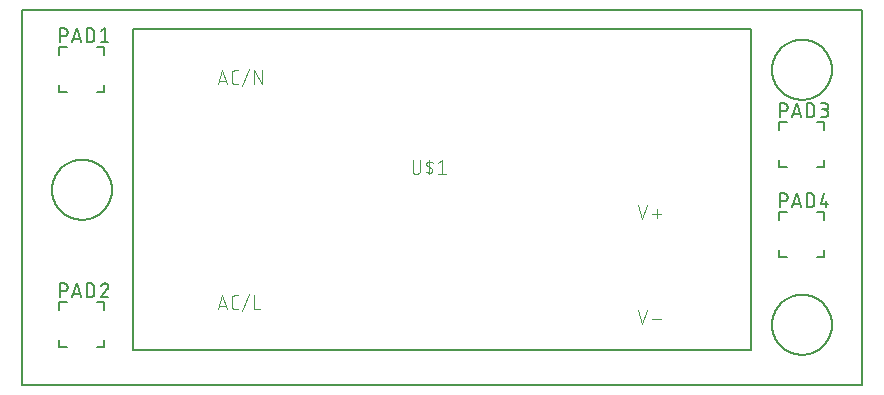
<source format=gto>
G75*
%MOIN*%
%OFA0B0*%
%FSLAX25Y25*%
%IPPOS*%
%LPD*%
%AMOC8*
5,1,8,0,0,1.08239X$1,22.5*
%
%ADD10C,0.00600*%
%ADD11C,0.00500*%
%ADD12C,0.00400*%
D10*
X0001300Y0001300D02*
X0281300Y0001300D01*
X0281300Y0126300D01*
X0001300Y0126300D01*
X0001300Y0001300D01*
X0013800Y0013800D02*
X0013800Y0016300D01*
X0013800Y0013800D02*
X0016300Y0013800D01*
X0026300Y0013800D02*
X0028800Y0013800D01*
X0028800Y0016300D01*
X0028800Y0026300D02*
X0028800Y0028800D01*
X0026300Y0028800D01*
X0016300Y0028800D02*
X0013800Y0028800D01*
X0013800Y0026300D01*
X0013800Y0098800D02*
X0013800Y0101300D01*
X0013800Y0098800D02*
X0016300Y0098800D01*
X0026300Y0098800D02*
X0028800Y0098800D01*
X0028800Y0101300D01*
X0028800Y0111300D02*
X0028800Y0113800D01*
X0026300Y0113800D01*
X0016300Y0113800D02*
X0013800Y0113800D01*
X0013800Y0111300D01*
X0253800Y0088800D02*
X0253800Y0086300D01*
X0253800Y0088800D02*
X0256300Y0088800D01*
X0266300Y0088800D02*
X0268800Y0088800D01*
X0268800Y0086300D01*
X0268800Y0076300D02*
X0268800Y0073800D01*
X0266300Y0073800D01*
X0256300Y0073800D02*
X0253800Y0073800D01*
X0253800Y0076300D01*
X0253800Y0058800D02*
X0256300Y0058800D01*
X0253800Y0058800D02*
X0253800Y0056300D01*
X0266300Y0058800D02*
X0268800Y0058800D01*
X0268800Y0056300D01*
X0268800Y0046300D02*
X0268800Y0043800D01*
X0266300Y0043800D01*
X0256300Y0043800D02*
X0253800Y0043800D01*
X0253800Y0046300D01*
D11*
X0254050Y0060550D02*
X0254050Y0065050D01*
X0255300Y0065050D01*
X0255369Y0065048D01*
X0255438Y0065042D01*
X0255506Y0065033D01*
X0255573Y0065020D01*
X0255640Y0065003D01*
X0255706Y0064982D01*
X0255770Y0064958D01*
X0255833Y0064930D01*
X0255895Y0064899D01*
X0255955Y0064865D01*
X0256012Y0064827D01*
X0256068Y0064786D01*
X0256121Y0064743D01*
X0256172Y0064696D01*
X0256220Y0064647D01*
X0256265Y0064595D01*
X0256307Y0064540D01*
X0256346Y0064484D01*
X0256383Y0064425D01*
X0256415Y0064364D01*
X0256445Y0064302D01*
X0256471Y0064238D01*
X0256493Y0064173D01*
X0256512Y0064107D01*
X0256527Y0064040D01*
X0256538Y0063972D01*
X0256546Y0063903D01*
X0256550Y0063834D01*
X0256550Y0063766D01*
X0256546Y0063697D01*
X0256538Y0063628D01*
X0256527Y0063560D01*
X0256512Y0063493D01*
X0256493Y0063427D01*
X0256471Y0063362D01*
X0256445Y0063298D01*
X0256415Y0063236D01*
X0256383Y0063175D01*
X0256346Y0063116D01*
X0256307Y0063060D01*
X0256265Y0063005D01*
X0256220Y0062953D01*
X0256172Y0062904D01*
X0256121Y0062857D01*
X0256068Y0062814D01*
X0256012Y0062773D01*
X0255955Y0062735D01*
X0255895Y0062701D01*
X0255833Y0062670D01*
X0255770Y0062642D01*
X0255706Y0062618D01*
X0255640Y0062597D01*
X0255573Y0062580D01*
X0255506Y0062567D01*
X0255438Y0062558D01*
X0255369Y0062552D01*
X0255300Y0062550D01*
X0254050Y0062550D01*
X0258450Y0061675D02*
X0260700Y0061675D01*
X0261075Y0060550D02*
X0259575Y0065050D01*
X0258075Y0060550D01*
X0262975Y0060550D02*
X0264225Y0060550D01*
X0262975Y0060550D02*
X0262975Y0065050D01*
X0264225Y0065050D01*
X0264293Y0065048D01*
X0264360Y0065043D01*
X0264427Y0065034D01*
X0264494Y0065021D01*
X0264559Y0065004D01*
X0264624Y0064985D01*
X0264688Y0064961D01*
X0264750Y0064934D01*
X0264811Y0064904D01*
X0264869Y0064871D01*
X0264926Y0064835D01*
X0264981Y0064795D01*
X0265034Y0064753D01*
X0265085Y0064707D01*
X0265132Y0064660D01*
X0265178Y0064609D01*
X0265220Y0064556D01*
X0265260Y0064501D01*
X0265296Y0064444D01*
X0265329Y0064386D01*
X0265359Y0064325D01*
X0265386Y0064263D01*
X0265410Y0064199D01*
X0265429Y0064134D01*
X0265446Y0064069D01*
X0265459Y0064002D01*
X0265468Y0063935D01*
X0265473Y0063868D01*
X0265475Y0063800D01*
X0265475Y0061800D01*
X0265473Y0061732D01*
X0265468Y0061665D01*
X0265459Y0061598D01*
X0265446Y0061531D01*
X0265429Y0061466D01*
X0265410Y0061401D01*
X0265386Y0061337D01*
X0265359Y0061275D01*
X0265329Y0061214D01*
X0265296Y0061156D01*
X0265260Y0061099D01*
X0265220Y0061044D01*
X0265178Y0060991D01*
X0265132Y0060940D01*
X0265085Y0060893D01*
X0265034Y0060847D01*
X0264981Y0060805D01*
X0264926Y0060765D01*
X0264869Y0060729D01*
X0264811Y0060696D01*
X0264750Y0060666D01*
X0264688Y0060639D01*
X0264624Y0060615D01*
X0264559Y0060596D01*
X0264494Y0060579D01*
X0264427Y0060566D01*
X0264360Y0060557D01*
X0264293Y0060552D01*
X0264225Y0060550D01*
X0267625Y0061550D02*
X0270125Y0061550D01*
X0269375Y0062550D02*
X0269375Y0060550D01*
X0267625Y0061550D02*
X0268625Y0065050D01*
X0268875Y0090550D02*
X0267625Y0090550D01*
X0268875Y0090550D02*
X0268944Y0090552D01*
X0269013Y0090558D01*
X0269081Y0090567D01*
X0269148Y0090580D01*
X0269215Y0090597D01*
X0269281Y0090618D01*
X0269345Y0090642D01*
X0269408Y0090670D01*
X0269470Y0090701D01*
X0269530Y0090735D01*
X0269587Y0090773D01*
X0269643Y0090814D01*
X0269696Y0090857D01*
X0269747Y0090904D01*
X0269795Y0090953D01*
X0269840Y0091005D01*
X0269882Y0091060D01*
X0269921Y0091116D01*
X0269958Y0091175D01*
X0269990Y0091236D01*
X0270020Y0091298D01*
X0270046Y0091362D01*
X0270068Y0091427D01*
X0270087Y0091493D01*
X0270102Y0091560D01*
X0270113Y0091628D01*
X0270121Y0091697D01*
X0270125Y0091766D01*
X0270125Y0091834D01*
X0270121Y0091903D01*
X0270113Y0091972D01*
X0270102Y0092040D01*
X0270087Y0092107D01*
X0270068Y0092173D01*
X0270046Y0092238D01*
X0270020Y0092302D01*
X0269990Y0092364D01*
X0269958Y0092425D01*
X0269921Y0092484D01*
X0269882Y0092540D01*
X0269840Y0092595D01*
X0269795Y0092647D01*
X0269747Y0092696D01*
X0269696Y0092743D01*
X0269643Y0092786D01*
X0269587Y0092827D01*
X0269530Y0092865D01*
X0269470Y0092899D01*
X0269408Y0092930D01*
X0269345Y0092958D01*
X0269281Y0092982D01*
X0269215Y0093003D01*
X0269148Y0093020D01*
X0269081Y0093033D01*
X0269013Y0093042D01*
X0268944Y0093048D01*
X0268875Y0093050D01*
X0269125Y0093050D02*
X0268125Y0093050D01*
X0269125Y0093050D02*
X0269187Y0093052D01*
X0269248Y0093058D01*
X0269309Y0093067D01*
X0269369Y0093080D01*
X0269428Y0093097D01*
X0269486Y0093118D01*
X0269543Y0093142D01*
X0269598Y0093169D01*
X0269651Y0093200D01*
X0269703Y0093234D01*
X0269752Y0093271D01*
X0269799Y0093311D01*
X0269843Y0093354D01*
X0269884Y0093399D01*
X0269923Y0093447D01*
X0269959Y0093498D01*
X0269991Y0093550D01*
X0270020Y0093604D01*
X0270046Y0093660D01*
X0270068Y0093718D01*
X0270087Y0093776D01*
X0270102Y0093836D01*
X0270113Y0093897D01*
X0270121Y0093958D01*
X0270125Y0094019D01*
X0270125Y0094081D01*
X0270121Y0094142D01*
X0270113Y0094203D01*
X0270102Y0094264D01*
X0270087Y0094324D01*
X0270068Y0094382D01*
X0270046Y0094440D01*
X0270020Y0094496D01*
X0269991Y0094550D01*
X0269959Y0094602D01*
X0269923Y0094653D01*
X0269884Y0094701D01*
X0269843Y0094746D01*
X0269799Y0094789D01*
X0269752Y0094829D01*
X0269703Y0094866D01*
X0269651Y0094900D01*
X0269598Y0094931D01*
X0269543Y0094958D01*
X0269486Y0094982D01*
X0269428Y0095003D01*
X0269369Y0095020D01*
X0269309Y0095033D01*
X0269248Y0095042D01*
X0269187Y0095048D01*
X0269125Y0095050D01*
X0267625Y0095050D01*
X0265475Y0093800D02*
X0265475Y0091800D01*
X0265473Y0091732D01*
X0265468Y0091665D01*
X0265459Y0091598D01*
X0265446Y0091531D01*
X0265429Y0091466D01*
X0265410Y0091401D01*
X0265386Y0091337D01*
X0265359Y0091275D01*
X0265329Y0091214D01*
X0265296Y0091156D01*
X0265260Y0091099D01*
X0265220Y0091044D01*
X0265178Y0090991D01*
X0265132Y0090940D01*
X0265085Y0090893D01*
X0265034Y0090847D01*
X0264981Y0090805D01*
X0264926Y0090765D01*
X0264869Y0090729D01*
X0264811Y0090696D01*
X0264750Y0090666D01*
X0264688Y0090639D01*
X0264624Y0090615D01*
X0264559Y0090596D01*
X0264494Y0090579D01*
X0264427Y0090566D01*
X0264360Y0090557D01*
X0264293Y0090552D01*
X0264225Y0090550D01*
X0262975Y0090550D01*
X0262975Y0095050D01*
X0264225Y0095050D01*
X0264293Y0095048D01*
X0264360Y0095043D01*
X0264427Y0095034D01*
X0264494Y0095021D01*
X0264559Y0095004D01*
X0264624Y0094985D01*
X0264688Y0094961D01*
X0264750Y0094934D01*
X0264811Y0094904D01*
X0264869Y0094871D01*
X0264926Y0094835D01*
X0264981Y0094795D01*
X0265034Y0094753D01*
X0265085Y0094707D01*
X0265132Y0094660D01*
X0265178Y0094609D01*
X0265220Y0094556D01*
X0265260Y0094501D01*
X0265296Y0094444D01*
X0265329Y0094386D01*
X0265359Y0094325D01*
X0265386Y0094263D01*
X0265410Y0094199D01*
X0265429Y0094134D01*
X0265446Y0094069D01*
X0265459Y0094002D01*
X0265468Y0093935D01*
X0265473Y0093868D01*
X0265475Y0093800D01*
X0260700Y0091675D02*
X0258450Y0091675D01*
X0258075Y0090550D02*
X0259575Y0095050D01*
X0261075Y0090550D01*
X0255300Y0092550D02*
X0254050Y0092550D01*
X0255300Y0092550D02*
X0255369Y0092552D01*
X0255438Y0092558D01*
X0255506Y0092567D01*
X0255573Y0092580D01*
X0255640Y0092597D01*
X0255706Y0092618D01*
X0255770Y0092642D01*
X0255833Y0092670D01*
X0255895Y0092701D01*
X0255955Y0092735D01*
X0256012Y0092773D01*
X0256068Y0092814D01*
X0256121Y0092857D01*
X0256172Y0092904D01*
X0256220Y0092953D01*
X0256265Y0093005D01*
X0256307Y0093060D01*
X0256346Y0093116D01*
X0256383Y0093175D01*
X0256415Y0093236D01*
X0256445Y0093298D01*
X0256471Y0093362D01*
X0256493Y0093427D01*
X0256512Y0093493D01*
X0256527Y0093560D01*
X0256538Y0093628D01*
X0256546Y0093697D01*
X0256550Y0093766D01*
X0256550Y0093834D01*
X0256546Y0093903D01*
X0256538Y0093972D01*
X0256527Y0094040D01*
X0256512Y0094107D01*
X0256493Y0094173D01*
X0256471Y0094238D01*
X0256445Y0094302D01*
X0256415Y0094364D01*
X0256383Y0094425D01*
X0256346Y0094484D01*
X0256307Y0094540D01*
X0256265Y0094595D01*
X0256220Y0094647D01*
X0256172Y0094696D01*
X0256121Y0094743D01*
X0256068Y0094786D01*
X0256012Y0094827D01*
X0255955Y0094865D01*
X0255895Y0094899D01*
X0255833Y0094930D01*
X0255770Y0094958D01*
X0255706Y0094982D01*
X0255640Y0095003D01*
X0255573Y0095020D01*
X0255506Y0095033D01*
X0255438Y0095042D01*
X0255369Y0095048D01*
X0255300Y0095050D01*
X0254050Y0095050D01*
X0254050Y0090550D01*
X0251300Y0106300D02*
X0251303Y0106545D01*
X0251312Y0106791D01*
X0251327Y0107036D01*
X0251348Y0107280D01*
X0251375Y0107524D01*
X0251408Y0107767D01*
X0251447Y0108010D01*
X0251492Y0108251D01*
X0251543Y0108491D01*
X0251600Y0108730D01*
X0251662Y0108967D01*
X0251731Y0109203D01*
X0251805Y0109437D01*
X0251885Y0109669D01*
X0251970Y0109899D01*
X0252061Y0110127D01*
X0252158Y0110352D01*
X0252260Y0110576D01*
X0252368Y0110796D01*
X0252481Y0111014D01*
X0252599Y0111229D01*
X0252723Y0111441D01*
X0252851Y0111650D01*
X0252985Y0111856D01*
X0253124Y0112058D01*
X0253268Y0112257D01*
X0253417Y0112452D01*
X0253570Y0112644D01*
X0253728Y0112832D01*
X0253890Y0113016D01*
X0254058Y0113195D01*
X0254229Y0113371D01*
X0254405Y0113542D01*
X0254584Y0113710D01*
X0254768Y0113872D01*
X0254956Y0114030D01*
X0255148Y0114183D01*
X0255343Y0114332D01*
X0255542Y0114476D01*
X0255744Y0114615D01*
X0255950Y0114749D01*
X0256159Y0114877D01*
X0256371Y0115001D01*
X0256586Y0115119D01*
X0256804Y0115232D01*
X0257024Y0115340D01*
X0257248Y0115442D01*
X0257473Y0115539D01*
X0257701Y0115630D01*
X0257931Y0115715D01*
X0258163Y0115795D01*
X0258397Y0115869D01*
X0258633Y0115938D01*
X0258870Y0116000D01*
X0259109Y0116057D01*
X0259349Y0116108D01*
X0259590Y0116153D01*
X0259833Y0116192D01*
X0260076Y0116225D01*
X0260320Y0116252D01*
X0260564Y0116273D01*
X0260809Y0116288D01*
X0261055Y0116297D01*
X0261300Y0116300D01*
X0261545Y0116297D01*
X0261791Y0116288D01*
X0262036Y0116273D01*
X0262280Y0116252D01*
X0262524Y0116225D01*
X0262767Y0116192D01*
X0263010Y0116153D01*
X0263251Y0116108D01*
X0263491Y0116057D01*
X0263730Y0116000D01*
X0263967Y0115938D01*
X0264203Y0115869D01*
X0264437Y0115795D01*
X0264669Y0115715D01*
X0264899Y0115630D01*
X0265127Y0115539D01*
X0265352Y0115442D01*
X0265576Y0115340D01*
X0265796Y0115232D01*
X0266014Y0115119D01*
X0266229Y0115001D01*
X0266441Y0114877D01*
X0266650Y0114749D01*
X0266856Y0114615D01*
X0267058Y0114476D01*
X0267257Y0114332D01*
X0267452Y0114183D01*
X0267644Y0114030D01*
X0267832Y0113872D01*
X0268016Y0113710D01*
X0268195Y0113542D01*
X0268371Y0113371D01*
X0268542Y0113195D01*
X0268710Y0113016D01*
X0268872Y0112832D01*
X0269030Y0112644D01*
X0269183Y0112452D01*
X0269332Y0112257D01*
X0269476Y0112058D01*
X0269615Y0111856D01*
X0269749Y0111650D01*
X0269877Y0111441D01*
X0270001Y0111229D01*
X0270119Y0111014D01*
X0270232Y0110796D01*
X0270340Y0110576D01*
X0270442Y0110352D01*
X0270539Y0110127D01*
X0270630Y0109899D01*
X0270715Y0109669D01*
X0270795Y0109437D01*
X0270869Y0109203D01*
X0270938Y0108967D01*
X0271000Y0108730D01*
X0271057Y0108491D01*
X0271108Y0108251D01*
X0271153Y0108010D01*
X0271192Y0107767D01*
X0271225Y0107524D01*
X0271252Y0107280D01*
X0271273Y0107036D01*
X0271288Y0106791D01*
X0271297Y0106545D01*
X0271300Y0106300D01*
X0271297Y0106055D01*
X0271288Y0105809D01*
X0271273Y0105564D01*
X0271252Y0105320D01*
X0271225Y0105076D01*
X0271192Y0104833D01*
X0271153Y0104590D01*
X0271108Y0104349D01*
X0271057Y0104109D01*
X0271000Y0103870D01*
X0270938Y0103633D01*
X0270869Y0103397D01*
X0270795Y0103163D01*
X0270715Y0102931D01*
X0270630Y0102701D01*
X0270539Y0102473D01*
X0270442Y0102248D01*
X0270340Y0102024D01*
X0270232Y0101804D01*
X0270119Y0101586D01*
X0270001Y0101371D01*
X0269877Y0101159D01*
X0269749Y0100950D01*
X0269615Y0100744D01*
X0269476Y0100542D01*
X0269332Y0100343D01*
X0269183Y0100148D01*
X0269030Y0099956D01*
X0268872Y0099768D01*
X0268710Y0099584D01*
X0268542Y0099405D01*
X0268371Y0099229D01*
X0268195Y0099058D01*
X0268016Y0098890D01*
X0267832Y0098728D01*
X0267644Y0098570D01*
X0267452Y0098417D01*
X0267257Y0098268D01*
X0267058Y0098124D01*
X0266856Y0097985D01*
X0266650Y0097851D01*
X0266441Y0097723D01*
X0266229Y0097599D01*
X0266014Y0097481D01*
X0265796Y0097368D01*
X0265576Y0097260D01*
X0265352Y0097158D01*
X0265127Y0097061D01*
X0264899Y0096970D01*
X0264669Y0096885D01*
X0264437Y0096805D01*
X0264203Y0096731D01*
X0263967Y0096662D01*
X0263730Y0096600D01*
X0263491Y0096543D01*
X0263251Y0096492D01*
X0263010Y0096447D01*
X0262767Y0096408D01*
X0262524Y0096375D01*
X0262280Y0096348D01*
X0262036Y0096327D01*
X0261791Y0096312D01*
X0261545Y0096303D01*
X0261300Y0096300D01*
X0261055Y0096303D01*
X0260809Y0096312D01*
X0260564Y0096327D01*
X0260320Y0096348D01*
X0260076Y0096375D01*
X0259833Y0096408D01*
X0259590Y0096447D01*
X0259349Y0096492D01*
X0259109Y0096543D01*
X0258870Y0096600D01*
X0258633Y0096662D01*
X0258397Y0096731D01*
X0258163Y0096805D01*
X0257931Y0096885D01*
X0257701Y0096970D01*
X0257473Y0097061D01*
X0257248Y0097158D01*
X0257024Y0097260D01*
X0256804Y0097368D01*
X0256586Y0097481D01*
X0256371Y0097599D01*
X0256159Y0097723D01*
X0255950Y0097851D01*
X0255744Y0097985D01*
X0255542Y0098124D01*
X0255343Y0098268D01*
X0255148Y0098417D01*
X0254956Y0098570D01*
X0254768Y0098728D01*
X0254584Y0098890D01*
X0254405Y0099058D01*
X0254229Y0099229D01*
X0254058Y0099405D01*
X0253890Y0099584D01*
X0253728Y0099768D01*
X0253570Y0099956D01*
X0253417Y0100148D01*
X0253268Y0100343D01*
X0253124Y0100542D01*
X0252985Y0100744D01*
X0252851Y0100950D01*
X0252723Y0101159D01*
X0252599Y0101371D01*
X0252481Y0101586D01*
X0252368Y0101804D01*
X0252260Y0102024D01*
X0252158Y0102248D01*
X0252061Y0102473D01*
X0251970Y0102701D01*
X0251885Y0102931D01*
X0251805Y0103163D01*
X0251731Y0103397D01*
X0251662Y0103633D01*
X0251600Y0103870D01*
X0251543Y0104109D01*
X0251492Y0104349D01*
X0251447Y0104590D01*
X0251408Y0104833D01*
X0251375Y0105076D01*
X0251348Y0105320D01*
X0251327Y0105564D01*
X0251312Y0105809D01*
X0251303Y0106055D01*
X0251300Y0106300D01*
X0244450Y0119843D02*
X0244450Y0012757D01*
X0038150Y0012757D01*
X0038150Y0119843D01*
X0244450Y0119843D01*
X0030125Y0115550D02*
X0027625Y0115550D01*
X0028875Y0115550D02*
X0028875Y0120050D01*
X0027625Y0119050D01*
X0025475Y0118800D02*
X0025475Y0116800D01*
X0025473Y0116732D01*
X0025468Y0116665D01*
X0025459Y0116598D01*
X0025446Y0116531D01*
X0025429Y0116466D01*
X0025410Y0116401D01*
X0025386Y0116337D01*
X0025359Y0116275D01*
X0025329Y0116214D01*
X0025296Y0116156D01*
X0025260Y0116099D01*
X0025220Y0116044D01*
X0025178Y0115991D01*
X0025132Y0115940D01*
X0025085Y0115893D01*
X0025034Y0115847D01*
X0024981Y0115805D01*
X0024926Y0115765D01*
X0024869Y0115729D01*
X0024811Y0115696D01*
X0024750Y0115666D01*
X0024688Y0115639D01*
X0024624Y0115615D01*
X0024559Y0115596D01*
X0024494Y0115579D01*
X0024427Y0115566D01*
X0024360Y0115557D01*
X0024293Y0115552D01*
X0024225Y0115550D01*
X0022975Y0115550D01*
X0022975Y0120050D01*
X0024225Y0120050D01*
X0024293Y0120048D01*
X0024360Y0120043D01*
X0024427Y0120034D01*
X0024494Y0120021D01*
X0024559Y0120004D01*
X0024624Y0119985D01*
X0024688Y0119961D01*
X0024750Y0119934D01*
X0024811Y0119904D01*
X0024869Y0119871D01*
X0024926Y0119835D01*
X0024981Y0119795D01*
X0025034Y0119753D01*
X0025085Y0119707D01*
X0025132Y0119660D01*
X0025178Y0119609D01*
X0025220Y0119556D01*
X0025260Y0119501D01*
X0025296Y0119444D01*
X0025329Y0119386D01*
X0025359Y0119325D01*
X0025386Y0119263D01*
X0025410Y0119199D01*
X0025429Y0119134D01*
X0025446Y0119069D01*
X0025459Y0119002D01*
X0025468Y0118935D01*
X0025473Y0118868D01*
X0025475Y0118800D01*
X0020700Y0116675D02*
X0018450Y0116675D01*
X0018075Y0115550D02*
X0019575Y0120050D01*
X0021075Y0115550D01*
X0015300Y0117550D02*
X0014050Y0117550D01*
X0015300Y0117550D02*
X0015369Y0117552D01*
X0015438Y0117558D01*
X0015506Y0117567D01*
X0015573Y0117580D01*
X0015640Y0117597D01*
X0015706Y0117618D01*
X0015770Y0117642D01*
X0015833Y0117670D01*
X0015895Y0117701D01*
X0015955Y0117735D01*
X0016012Y0117773D01*
X0016068Y0117814D01*
X0016121Y0117857D01*
X0016172Y0117904D01*
X0016220Y0117953D01*
X0016265Y0118005D01*
X0016307Y0118060D01*
X0016346Y0118116D01*
X0016383Y0118175D01*
X0016415Y0118236D01*
X0016445Y0118298D01*
X0016471Y0118362D01*
X0016493Y0118427D01*
X0016512Y0118493D01*
X0016527Y0118560D01*
X0016538Y0118628D01*
X0016546Y0118697D01*
X0016550Y0118766D01*
X0016550Y0118834D01*
X0016546Y0118903D01*
X0016538Y0118972D01*
X0016527Y0119040D01*
X0016512Y0119107D01*
X0016493Y0119173D01*
X0016471Y0119238D01*
X0016445Y0119302D01*
X0016415Y0119364D01*
X0016383Y0119425D01*
X0016346Y0119484D01*
X0016307Y0119540D01*
X0016265Y0119595D01*
X0016220Y0119647D01*
X0016172Y0119696D01*
X0016121Y0119743D01*
X0016068Y0119786D01*
X0016012Y0119827D01*
X0015955Y0119865D01*
X0015895Y0119899D01*
X0015833Y0119930D01*
X0015770Y0119958D01*
X0015706Y0119982D01*
X0015640Y0120003D01*
X0015573Y0120020D01*
X0015506Y0120033D01*
X0015438Y0120042D01*
X0015369Y0120048D01*
X0015300Y0120050D01*
X0014050Y0120050D01*
X0014050Y0115550D01*
X0011300Y0066300D02*
X0011303Y0066545D01*
X0011312Y0066791D01*
X0011327Y0067036D01*
X0011348Y0067280D01*
X0011375Y0067524D01*
X0011408Y0067767D01*
X0011447Y0068010D01*
X0011492Y0068251D01*
X0011543Y0068491D01*
X0011600Y0068730D01*
X0011662Y0068967D01*
X0011731Y0069203D01*
X0011805Y0069437D01*
X0011885Y0069669D01*
X0011970Y0069899D01*
X0012061Y0070127D01*
X0012158Y0070352D01*
X0012260Y0070576D01*
X0012368Y0070796D01*
X0012481Y0071014D01*
X0012599Y0071229D01*
X0012723Y0071441D01*
X0012851Y0071650D01*
X0012985Y0071856D01*
X0013124Y0072058D01*
X0013268Y0072257D01*
X0013417Y0072452D01*
X0013570Y0072644D01*
X0013728Y0072832D01*
X0013890Y0073016D01*
X0014058Y0073195D01*
X0014229Y0073371D01*
X0014405Y0073542D01*
X0014584Y0073710D01*
X0014768Y0073872D01*
X0014956Y0074030D01*
X0015148Y0074183D01*
X0015343Y0074332D01*
X0015542Y0074476D01*
X0015744Y0074615D01*
X0015950Y0074749D01*
X0016159Y0074877D01*
X0016371Y0075001D01*
X0016586Y0075119D01*
X0016804Y0075232D01*
X0017024Y0075340D01*
X0017248Y0075442D01*
X0017473Y0075539D01*
X0017701Y0075630D01*
X0017931Y0075715D01*
X0018163Y0075795D01*
X0018397Y0075869D01*
X0018633Y0075938D01*
X0018870Y0076000D01*
X0019109Y0076057D01*
X0019349Y0076108D01*
X0019590Y0076153D01*
X0019833Y0076192D01*
X0020076Y0076225D01*
X0020320Y0076252D01*
X0020564Y0076273D01*
X0020809Y0076288D01*
X0021055Y0076297D01*
X0021300Y0076300D01*
X0021545Y0076297D01*
X0021791Y0076288D01*
X0022036Y0076273D01*
X0022280Y0076252D01*
X0022524Y0076225D01*
X0022767Y0076192D01*
X0023010Y0076153D01*
X0023251Y0076108D01*
X0023491Y0076057D01*
X0023730Y0076000D01*
X0023967Y0075938D01*
X0024203Y0075869D01*
X0024437Y0075795D01*
X0024669Y0075715D01*
X0024899Y0075630D01*
X0025127Y0075539D01*
X0025352Y0075442D01*
X0025576Y0075340D01*
X0025796Y0075232D01*
X0026014Y0075119D01*
X0026229Y0075001D01*
X0026441Y0074877D01*
X0026650Y0074749D01*
X0026856Y0074615D01*
X0027058Y0074476D01*
X0027257Y0074332D01*
X0027452Y0074183D01*
X0027644Y0074030D01*
X0027832Y0073872D01*
X0028016Y0073710D01*
X0028195Y0073542D01*
X0028371Y0073371D01*
X0028542Y0073195D01*
X0028710Y0073016D01*
X0028872Y0072832D01*
X0029030Y0072644D01*
X0029183Y0072452D01*
X0029332Y0072257D01*
X0029476Y0072058D01*
X0029615Y0071856D01*
X0029749Y0071650D01*
X0029877Y0071441D01*
X0030001Y0071229D01*
X0030119Y0071014D01*
X0030232Y0070796D01*
X0030340Y0070576D01*
X0030442Y0070352D01*
X0030539Y0070127D01*
X0030630Y0069899D01*
X0030715Y0069669D01*
X0030795Y0069437D01*
X0030869Y0069203D01*
X0030938Y0068967D01*
X0031000Y0068730D01*
X0031057Y0068491D01*
X0031108Y0068251D01*
X0031153Y0068010D01*
X0031192Y0067767D01*
X0031225Y0067524D01*
X0031252Y0067280D01*
X0031273Y0067036D01*
X0031288Y0066791D01*
X0031297Y0066545D01*
X0031300Y0066300D01*
X0031297Y0066055D01*
X0031288Y0065809D01*
X0031273Y0065564D01*
X0031252Y0065320D01*
X0031225Y0065076D01*
X0031192Y0064833D01*
X0031153Y0064590D01*
X0031108Y0064349D01*
X0031057Y0064109D01*
X0031000Y0063870D01*
X0030938Y0063633D01*
X0030869Y0063397D01*
X0030795Y0063163D01*
X0030715Y0062931D01*
X0030630Y0062701D01*
X0030539Y0062473D01*
X0030442Y0062248D01*
X0030340Y0062024D01*
X0030232Y0061804D01*
X0030119Y0061586D01*
X0030001Y0061371D01*
X0029877Y0061159D01*
X0029749Y0060950D01*
X0029615Y0060744D01*
X0029476Y0060542D01*
X0029332Y0060343D01*
X0029183Y0060148D01*
X0029030Y0059956D01*
X0028872Y0059768D01*
X0028710Y0059584D01*
X0028542Y0059405D01*
X0028371Y0059229D01*
X0028195Y0059058D01*
X0028016Y0058890D01*
X0027832Y0058728D01*
X0027644Y0058570D01*
X0027452Y0058417D01*
X0027257Y0058268D01*
X0027058Y0058124D01*
X0026856Y0057985D01*
X0026650Y0057851D01*
X0026441Y0057723D01*
X0026229Y0057599D01*
X0026014Y0057481D01*
X0025796Y0057368D01*
X0025576Y0057260D01*
X0025352Y0057158D01*
X0025127Y0057061D01*
X0024899Y0056970D01*
X0024669Y0056885D01*
X0024437Y0056805D01*
X0024203Y0056731D01*
X0023967Y0056662D01*
X0023730Y0056600D01*
X0023491Y0056543D01*
X0023251Y0056492D01*
X0023010Y0056447D01*
X0022767Y0056408D01*
X0022524Y0056375D01*
X0022280Y0056348D01*
X0022036Y0056327D01*
X0021791Y0056312D01*
X0021545Y0056303D01*
X0021300Y0056300D01*
X0021055Y0056303D01*
X0020809Y0056312D01*
X0020564Y0056327D01*
X0020320Y0056348D01*
X0020076Y0056375D01*
X0019833Y0056408D01*
X0019590Y0056447D01*
X0019349Y0056492D01*
X0019109Y0056543D01*
X0018870Y0056600D01*
X0018633Y0056662D01*
X0018397Y0056731D01*
X0018163Y0056805D01*
X0017931Y0056885D01*
X0017701Y0056970D01*
X0017473Y0057061D01*
X0017248Y0057158D01*
X0017024Y0057260D01*
X0016804Y0057368D01*
X0016586Y0057481D01*
X0016371Y0057599D01*
X0016159Y0057723D01*
X0015950Y0057851D01*
X0015744Y0057985D01*
X0015542Y0058124D01*
X0015343Y0058268D01*
X0015148Y0058417D01*
X0014956Y0058570D01*
X0014768Y0058728D01*
X0014584Y0058890D01*
X0014405Y0059058D01*
X0014229Y0059229D01*
X0014058Y0059405D01*
X0013890Y0059584D01*
X0013728Y0059768D01*
X0013570Y0059956D01*
X0013417Y0060148D01*
X0013268Y0060343D01*
X0013124Y0060542D01*
X0012985Y0060744D01*
X0012851Y0060950D01*
X0012723Y0061159D01*
X0012599Y0061371D01*
X0012481Y0061586D01*
X0012368Y0061804D01*
X0012260Y0062024D01*
X0012158Y0062248D01*
X0012061Y0062473D01*
X0011970Y0062701D01*
X0011885Y0062931D01*
X0011805Y0063163D01*
X0011731Y0063397D01*
X0011662Y0063633D01*
X0011600Y0063870D01*
X0011543Y0064109D01*
X0011492Y0064349D01*
X0011447Y0064590D01*
X0011408Y0064833D01*
X0011375Y0065076D01*
X0011348Y0065320D01*
X0011327Y0065564D01*
X0011312Y0065809D01*
X0011303Y0066055D01*
X0011300Y0066300D01*
X0014050Y0035050D02*
X0015300Y0035050D01*
X0015369Y0035048D01*
X0015438Y0035042D01*
X0015506Y0035033D01*
X0015573Y0035020D01*
X0015640Y0035003D01*
X0015706Y0034982D01*
X0015770Y0034958D01*
X0015833Y0034930D01*
X0015895Y0034899D01*
X0015955Y0034865D01*
X0016012Y0034827D01*
X0016068Y0034786D01*
X0016121Y0034743D01*
X0016172Y0034696D01*
X0016220Y0034647D01*
X0016265Y0034595D01*
X0016307Y0034540D01*
X0016346Y0034484D01*
X0016383Y0034425D01*
X0016415Y0034364D01*
X0016445Y0034302D01*
X0016471Y0034238D01*
X0016493Y0034173D01*
X0016512Y0034107D01*
X0016527Y0034040D01*
X0016538Y0033972D01*
X0016546Y0033903D01*
X0016550Y0033834D01*
X0016550Y0033766D01*
X0016546Y0033697D01*
X0016538Y0033628D01*
X0016527Y0033560D01*
X0016512Y0033493D01*
X0016493Y0033427D01*
X0016471Y0033362D01*
X0016445Y0033298D01*
X0016415Y0033236D01*
X0016383Y0033175D01*
X0016346Y0033116D01*
X0016307Y0033060D01*
X0016265Y0033005D01*
X0016220Y0032953D01*
X0016172Y0032904D01*
X0016121Y0032857D01*
X0016068Y0032814D01*
X0016012Y0032773D01*
X0015955Y0032735D01*
X0015895Y0032701D01*
X0015833Y0032670D01*
X0015770Y0032642D01*
X0015706Y0032618D01*
X0015640Y0032597D01*
X0015573Y0032580D01*
X0015506Y0032567D01*
X0015438Y0032558D01*
X0015369Y0032552D01*
X0015300Y0032550D01*
X0014050Y0032550D01*
X0014050Y0030550D02*
X0014050Y0035050D01*
X0019575Y0035050D02*
X0021075Y0030550D01*
X0020700Y0031675D02*
X0018450Y0031675D01*
X0018075Y0030550D02*
X0019575Y0035050D01*
X0022975Y0035050D02*
X0024225Y0035050D01*
X0022975Y0035050D02*
X0022975Y0030550D01*
X0024225Y0030550D01*
X0024293Y0030552D01*
X0024360Y0030557D01*
X0024427Y0030566D01*
X0024494Y0030579D01*
X0024559Y0030596D01*
X0024624Y0030615D01*
X0024688Y0030639D01*
X0024750Y0030666D01*
X0024811Y0030696D01*
X0024869Y0030729D01*
X0024926Y0030765D01*
X0024981Y0030805D01*
X0025034Y0030847D01*
X0025085Y0030893D01*
X0025132Y0030940D01*
X0025178Y0030991D01*
X0025220Y0031044D01*
X0025260Y0031099D01*
X0025296Y0031156D01*
X0025329Y0031214D01*
X0025359Y0031275D01*
X0025386Y0031337D01*
X0025410Y0031401D01*
X0025429Y0031466D01*
X0025446Y0031531D01*
X0025459Y0031598D01*
X0025468Y0031665D01*
X0025473Y0031732D01*
X0025475Y0031800D01*
X0025475Y0033800D01*
X0025473Y0033868D01*
X0025468Y0033935D01*
X0025459Y0034002D01*
X0025446Y0034069D01*
X0025429Y0034134D01*
X0025410Y0034199D01*
X0025386Y0034263D01*
X0025359Y0034325D01*
X0025329Y0034386D01*
X0025296Y0034444D01*
X0025260Y0034501D01*
X0025220Y0034556D01*
X0025178Y0034609D01*
X0025132Y0034660D01*
X0025085Y0034707D01*
X0025034Y0034753D01*
X0024981Y0034795D01*
X0024926Y0034835D01*
X0024869Y0034871D01*
X0024811Y0034904D01*
X0024750Y0034934D01*
X0024688Y0034961D01*
X0024624Y0034985D01*
X0024559Y0035004D01*
X0024494Y0035021D01*
X0024427Y0035034D01*
X0024360Y0035043D01*
X0024293Y0035048D01*
X0024225Y0035050D01*
X0029750Y0033050D02*
X0029796Y0033096D01*
X0029840Y0033145D01*
X0029880Y0033196D01*
X0029918Y0033249D01*
X0029953Y0033304D01*
X0029985Y0033361D01*
X0030014Y0033419D01*
X0030040Y0033479D01*
X0030062Y0033541D01*
X0030081Y0033603D01*
X0030097Y0033666D01*
X0030109Y0033730D01*
X0030118Y0033795D01*
X0030123Y0033860D01*
X0030125Y0033925D01*
X0029750Y0033050D02*
X0027625Y0030550D01*
X0030125Y0030550D01*
X0027625Y0034050D02*
X0027649Y0034119D01*
X0027677Y0034186D01*
X0027708Y0034252D01*
X0027742Y0034316D01*
X0027779Y0034378D01*
X0027820Y0034439D01*
X0027863Y0034497D01*
X0027909Y0034553D01*
X0027959Y0034607D01*
X0028010Y0034658D01*
X0028064Y0034706D01*
X0028121Y0034752D01*
X0028180Y0034795D01*
X0028241Y0034834D01*
X0028303Y0034871D01*
X0028368Y0034904D01*
X0028434Y0034935D01*
X0028502Y0034961D01*
X0028570Y0034985D01*
X0028640Y0035005D01*
X0028711Y0035021D01*
X0028783Y0035034D01*
X0028855Y0035043D01*
X0028927Y0035048D01*
X0029000Y0035050D01*
X0029065Y0035048D01*
X0029131Y0035042D01*
X0029195Y0035033D01*
X0029259Y0035020D01*
X0029323Y0035003D01*
X0029385Y0034982D01*
X0029446Y0034958D01*
X0029505Y0034930D01*
X0029563Y0034899D01*
X0029618Y0034865D01*
X0029672Y0034827D01*
X0029723Y0034787D01*
X0029772Y0034743D01*
X0029818Y0034697D01*
X0029862Y0034648D01*
X0029902Y0034597D01*
X0029940Y0034543D01*
X0029974Y0034488D01*
X0030005Y0034430D01*
X0030033Y0034371D01*
X0030057Y0034310D01*
X0030078Y0034248D01*
X0030095Y0034184D01*
X0030108Y0034120D01*
X0030117Y0034056D01*
X0030123Y0033990D01*
X0030125Y0033925D01*
X0251300Y0021300D02*
X0251303Y0021545D01*
X0251312Y0021791D01*
X0251327Y0022036D01*
X0251348Y0022280D01*
X0251375Y0022524D01*
X0251408Y0022767D01*
X0251447Y0023010D01*
X0251492Y0023251D01*
X0251543Y0023491D01*
X0251600Y0023730D01*
X0251662Y0023967D01*
X0251731Y0024203D01*
X0251805Y0024437D01*
X0251885Y0024669D01*
X0251970Y0024899D01*
X0252061Y0025127D01*
X0252158Y0025352D01*
X0252260Y0025576D01*
X0252368Y0025796D01*
X0252481Y0026014D01*
X0252599Y0026229D01*
X0252723Y0026441D01*
X0252851Y0026650D01*
X0252985Y0026856D01*
X0253124Y0027058D01*
X0253268Y0027257D01*
X0253417Y0027452D01*
X0253570Y0027644D01*
X0253728Y0027832D01*
X0253890Y0028016D01*
X0254058Y0028195D01*
X0254229Y0028371D01*
X0254405Y0028542D01*
X0254584Y0028710D01*
X0254768Y0028872D01*
X0254956Y0029030D01*
X0255148Y0029183D01*
X0255343Y0029332D01*
X0255542Y0029476D01*
X0255744Y0029615D01*
X0255950Y0029749D01*
X0256159Y0029877D01*
X0256371Y0030001D01*
X0256586Y0030119D01*
X0256804Y0030232D01*
X0257024Y0030340D01*
X0257248Y0030442D01*
X0257473Y0030539D01*
X0257701Y0030630D01*
X0257931Y0030715D01*
X0258163Y0030795D01*
X0258397Y0030869D01*
X0258633Y0030938D01*
X0258870Y0031000D01*
X0259109Y0031057D01*
X0259349Y0031108D01*
X0259590Y0031153D01*
X0259833Y0031192D01*
X0260076Y0031225D01*
X0260320Y0031252D01*
X0260564Y0031273D01*
X0260809Y0031288D01*
X0261055Y0031297D01*
X0261300Y0031300D01*
X0261545Y0031297D01*
X0261791Y0031288D01*
X0262036Y0031273D01*
X0262280Y0031252D01*
X0262524Y0031225D01*
X0262767Y0031192D01*
X0263010Y0031153D01*
X0263251Y0031108D01*
X0263491Y0031057D01*
X0263730Y0031000D01*
X0263967Y0030938D01*
X0264203Y0030869D01*
X0264437Y0030795D01*
X0264669Y0030715D01*
X0264899Y0030630D01*
X0265127Y0030539D01*
X0265352Y0030442D01*
X0265576Y0030340D01*
X0265796Y0030232D01*
X0266014Y0030119D01*
X0266229Y0030001D01*
X0266441Y0029877D01*
X0266650Y0029749D01*
X0266856Y0029615D01*
X0267058Y0029476D01*
X0267257Y0029332D01*
X0267452Y0029183D01*
X0267644Y0029030D01*
X0267832Y0028872D01*
X0268016Y0028710D01*
X0268195Y0028542D01*
X0268371Y0028371D01*
X0268542Y0028195D01*
X0268710Y0028016D01*
X0268872Y0027832D01*
X0269030Y0027644D01*
X0269183Y0027452D01*
X0269332Y0027257D01*
X0269476Y0027058D01*
X0269615Y0026856D01*
X0269749Y0026650D01*
X0269877Y0026441D01*
X0270001Y0026229D01*
X0270119Y0026014D01*
X0270232Y0025796D01*
X0270340Y0025576D01*
X0270442Y0025352D01*
X0270539Y0025127D01*
X0270630Y0024899D01*
X0270715Y0024669D01*
X0270795Y0024437D01*
X0270869Y0024203D01*
X0270938Y0023967D01*
X0271000Y0023730D01*
X0271057Y0023491D01*
X0271108Y0023251D01*
X0271153Y0023010D01*
X0271192Y0022767D01*
X0271225Y0022524D01*
X0271252Y0022280D01*
X0271273Y0022036D01*
X0271288Y0021791D01*
X0271297Y0021545D01*
X0271300Y0021300D01*
X0271297Y0021055D01*
X0271288Y0020809D01*
X0271273Y0020564D01*
X0271252Y0020320D01*
X0271225Y0020076D01*
X0271192Y0019833D01*
X0271153Y0019590D01*
X0271108Y0019349D01*
X0271057Y0019109D01*
X0271000Y0018870D01*
X0270938Y0018633D01*
X0270869Y0018397D01*
X0270795Y0018163D01*
X0270715Y0017931D01*
X0270630Y0017701D01*
X0270539Y0017473D01*
X0270442Y0017248D01*
X0270340Y0017024D01*
X0270232Y0016804D01*
X0270119Y0016586D01*
X0270001Y0016371D01*
X0269877Y0016159D01*
X0269749Y0015950D01*
X0269615Y0015744D01*
X0269476Y0015542D01*
X0269332Y0015343D01*
X0269183Y0015148D01*
X0269030Y0014956D01*
X0268872Y0014768D01*
X0268710Y0014584D01*
X0268542Y0014405D01*
X0268371Y0014229D01*
X0268195Y0014058D01*
X0268016Y0013890D01*
X0267832Y0013728D01*
X0267644Y0013570D01*
X0267452Y0013417D01*
X0267257Y0013268D01*
X0267058Y0013124D01*
X0266856Y0012985D01*
X0266650Y0012851D01*
X0266441Y0012723D01*
X0266229Y0012599D01*
X0266014Y0012481D01*
X0265796Y0012368D01*
X0265576Y0012260D01*
X0265352Y0012158D01*
X0265127Y0012061D01*
X0264899Y0011970D01*
X0264669Y0011885D01*
X0264437Y0011805D01*
X0264203Y0011731D01*
X0263967Y0011662D01*
X0263730Y0011600D01*
X0263491Y0011543D01*
X0263251Y0011492D01*
X0263010Y0011447D01*
X0262767Y0011408D01*
X0262524Y0011375D01*
X0262280Y0011348D01*
X0262036Y0011327D01*
X0261791Y0011312D01*
X0261545Y0011303D01*
X0261300Y0011300D01*
X0261055Y0011303D01*
X0260809Y0011312D01*
X0260564Y0011327D01*
X0260320Y0011348D01*
X0260076Y0011375D01*
X0259833Y0011408D01*
X0259590Y0011447D01*
X0259349Y0011492D01*
X0259109Y0011543D01*
X0258870Y0011600D01*
X0258633Y0011662D01*
X0258397Y0011731D01*
X0258163Y0011805D01*
X0257931Y0011885D01*
X0257701Y0011970D01*
X0257473Y0012061D01*
X0257248Y0012158D01*
X0257024Y0012260D01*
X0256804Y0012368D01*
X0256586Y0012481D01*
X0256371Y0012599D01*
X0256159Y0012723D01*
X0255950Y0012851D01*
X0255744Y0012985D01*
X0255542Y0013124D01*
X0255343Y0013268D01*
X0255148Y0013417D01*
X0254956Y0013570D01*
X0254768Y0013728D01*
X0254584Y0013890D01*
X0254405Y0014058D01*
X0254229Y0014229D01*
X0254058Y0014405D01*
X0253890Y0014584D01*
X0253728Y0014768D01*
X0253570Y0014956D01*
X0253417Y0015148D01*
X0253268Y0015343D01*
X0253124Y0015542D01*
X0252985Y0015744D01*
X0252851Y0015950D01*
X0252723Y0016159D01*
X0252599Y0016371D01*
X0252481Y0016586D01*
X0252368Y0016804D01*
X0252260Y0017024D01*
X0252158Y0017248D01*
X0252061Y0017473D01*
X0251970Y0017701D01*
X0251885Y0017931D01*
X0251805Y0018163D01*
X0251731Y0018397D01*
X0251662Y0018633D01*
X0251600Y0018870D01*
X0251543Y0019109D01*
X0251492Y0019349D01*
X0251447Y0019590D01*
X0251408Y0019833D01*
X0251375Y0020076D01*
X0251348Y0020320D01*
X0251327Y0020564D01*
X0251312Y0020809D01*
X0251303Y0021055D01*
X0251300Y0021300D01*
D12*
X0214367Y0023289D02*
X0211300Y0023289D01*
X0209567Y0026100D02*
X0208033Y0021500D01*
X0206500Y0026100D01*
X0208033Y0056500D02*
X0209567Y0061100D01*
X0206500Y0061100D02*
X0208033Y0056500D01*
X0211300Y0058289D02*
X0214367Y0058289D01*
X0212833Y0056756D02*
X0212833Y0059822D01*
X0142606Y0071500D02*
X0140050Y0071500D01*
X0141328Y0071500D02*
X0141328Y0076100D01*
X0140050Y0075078D01*
X0137767Y0073417D02*
X0137128Y0073800D01*
X0136489Y0074183D01*
X0136105Y0072267D02*
X0136180Y0072224D01*
X0136256Y0072185D01*
X0136334Y0072148D01*
X0136413Y0072116D01*
X0136494Y0072086D01*
X0136576Y0072060D01*
X0136659Y0072038D01*
X0136743Y0072019D01*
X0136827Y0072003D01*
X0136912Y0071992D01*
X0136998Y0071984D01*
X0137083Y0071979D01*
X0137169Y0071978D01*
X0137255Y0071981D01*
X0137341Y0071987D01*
X0137426Y0071997D01*
X0137511Y0072011D01*
X0137128Y0071500D02*
X0137128Y0076100D01*
X0136745Y0075589D02*
X0136692Y0075577D01*
X0136640Y0075562D01*
X0136589Y0075542D01*
X0136540Y0075520D01*
X0136492Y0075494D01*
X0136446Y0075464D01*
X0136403Y0075432D01*
X0136362Y0075396D01*
X0136323Y0075358D01*
X0136288Y0075317D01*
X0136255Y0075273D01*
X0136226Y0075228D01*
X0136200Y0075180D01*
X0136177Y0075130D01*
X0136158Y0075080D01*
X0136143Y0075028D01*
X0136131Y0074974D01*
X0136124Y0074921D01*
X0136120Y0074867D01*
X0136119Y0074812D01*
X0136123Y0074758D01*
X0136131Y0074704D01*
X0136142Y0074651D01*
X0136157Y0074599D01*
X0136176Y0074548D01*
X0136199Y0074499D01*
X0136224Y0074451D01*
X0136254Y0074405D01*
X0136286Y0074362D01*
X0136321Y0074320D01*
X0136360Y0074282D01*
X0136401Y0074246D01*
X0136444Y0074213D01*
X0136489Y0074184D01*
X0136744Y0075589D02*
X0136829Y0075603D01*
X0136914Y0075613D01*
X0137000Y0075619D01*
X0137086Y0075622D01*
X0137172Y0075621D01*
X0137257Y0075616D01*
X0137343Y0075608D01*
X0137428Y0075597D01*
X0137512Y0075581D01*
X0137596Y0075562D01*
X0137679Y0075540D01*
X0137761Y0075514D01*
X0137842Y0075484D01*
X0137921Y0075452D01*
X0137999Y0075415D01*
X0138075Y0075376D01*
X0138150Y0075333D01*
X0134056Y0076100D02*
X0134056Y0072778D01*
X0134054Y0072708D01*
X0134048Y0072637D01*
X0134039Y0072568D01*
X0134025Y0072499D01*
X0134008Y0072430D01*
X0133987Y0072363D01*
X0133962Y0072297D01*
X0133934Y0072233D01*
X0133902Y0072170D01*
X0133867Y0072109D01*
X0133828Y0072050D01*
X0133787Y0071993D01*
X0133742Y0071939D01*
X0133694Y0071887D01*
X0133644Y0071838D01*
X0133590Y0071791D01*
X0133535Y0071748D01*
X0133477Y0071708D01*
X0133417Y0071671D01*
X0133355Y0071638D01*
X0133291Y0071608D01*
X0133226Y0071581D01*
X0133160Y0071558D01*
X0133092Y0071539D01*
X0133023Y0071524D01*
X0132954Y0071512D01*
X0132884Y0071504D01*
X0132813Y0071500D01*
X0132743Y0071500D01*
X0132672Y0071504D01*
X0132602Y0071512D01*
X0132533Y0071524D01*
X0132464Y0071539D01*
X0132396Y0071558D01*
X0132330Y0071581D01*
X0132265Y0071608D01*
X0132201Y0071638D01*
X0132139Y0071671D01*
X0132079Y0071708D01*
X0132021Y0071748D01*
X0131966Y0071791D01*
X0131912Y0071838D01*
X0131862Y0071887D01*
X0131814Y0071939D01*
X0131769Y0071993D01*
X0131728Y0072050D01*
X0131689Y0072109D01*
X0131654Y0072170D01*
X0131622Y0072233D01*
X0131594Y0072297D01*
X0131569Y0072363D01*
X0131548Y0072430D01*
X0131531Y0072499D01*
X0131517Y0072568D01*
X0131508Y0072637D01*
X0131502Y0072708D01*
X0131500Y0072778D01*
X0131500Y0076100D01*
X0137767Y0073416D02*
X0137812Y0073387D01*
X0137855Y0073354D01*
X0137896Y0073318D01*
X0137935Y0073280D01*
X0137970Y0073238D01*
X0138002Y0073195D01*
X0138032Y0073149D01*
X0138057Y0073101D01*
X0138080Y0073052D01*
X0138099Y0073001D01*
X0138114Y0072949D01*
X0138125Y0072896D01*
X0138133Y0072842D01*
X0138137Y0072788D01*
X0138136Y0072733D01*
X0138132Y0072679D01*
X0138125Y0072626D01*
X0138113Y0072572D01*
X0138098Y0072520D01*
X0138079Y0072470D01*
X0138056Y0072420D01*
X0138030Y0072372D01*
X0138001Y0072327D01*
X0137968Y0072283D01*
X0137933Y0072242D01*
X0137894Y0072204D01*
X0137853Y0072168D01*
X0137810Y0072136D01*
X0137764Y0072106D01*
X0137716Y0072080D01*
X0137667Y0072058D01*
X0137616Y0072038D01*
X0137564Y0072023D01*
X0137511Y0072011D01*
X0081311Y0101500D02*
X0081311Y0106100D01*
X0078756Y0106100D02*
X0081311Y0101500D01*
X0078756Y0101500D02*
X0078756Y0106100D01*
X0076856Y0106611D02*
X0074811Y0100989D01*
X0073287Y0101500D02*
X0072265Y0101500D01*
X0072203Y0101502D01*
X0072142Y0101507D01*
X0072081Y0101517D01*
X0072020Y0101530D01*
X0071961Y0101546D01*
X0071903Y0101566D01*
X0071846Y0101590D01*
X0071790Y0101617D01*
X0071736Y0101647D01*
X0071684Y0101681D01*
X0071635Y0101717D01*
X0071587Y0101757D01*
X0071542Y0101799D01*
X0071500Y0101844D01*
X0071460Y0101892D01*
X0071424Y0101941D01*
X0071390Y0101993D01*
X0071360Y0102047D01*
X0071333Y0102103D01*
X0071309Y0102160D01*
X0071289Y0102218D01*
X0071273Y0102277D01*
X0071260Y0102338D01*
X0071250Y0102399D01*
X0071245Y0102460D01*
X0071243Y0102522D01*
X0071242Y0102522D02*
X0071242Y0105078D01*
X0071243Y0105078D02*
X0071245Y0105140D01*
X0071250Y0105201D01*
X0071260Y0105262D01*
X0071273Y0105323D01*
X0071289Y0105382D01*
X0071309Y0105440D01*
X0071333Y0105497D01*
X0071360Y0105553D01*
X0071390Y0105607D01*
X0071424Y0105659D01*
X0071460Y0105708D01*
X0071500Y0105756D01*
X0071542Y0105801D01*
X0071587Y0105843D01*
X0071635Y0105882D01*
X0071684Y0105919D01*
X0071736Y0105953D01*
X0071790Y0105983D01*
X0071846Y0106010D01*
X0071903Y0106034D01*
X0071961Y0106054D01*
X0072020Y0106070D01*
X0072081Y0106083D01*
X0072142Y0106093D01*
X0072203Y0106098D01*
X0072265Y0106100D01*
X0073287Y0106100D01*
X0068033Y0106100D02*
X0069567Y0101500D01*
X0069183Y0102650D02*
X0066883Y0102650D01*
X0066500Y0101500D02*
X0068033Y0106100D01*
X0068033Y0031100D02*
X0069567Y0026500D01*
X0069183Y0027650D02*
X0066883Y0027650D01*
X0066500Y0026500D02*
X0068033Y0031100D01*
X0071242Y0030078D02*
X0071242Y0027522D01*
X0071243Y0027522D02*
X0071245Y0027460D01*
X0071250Y0027399D01*
X0071260Y0027338D01*
X0071273Y0027277D01*
X0071289Y0027218D01*
X0071309Y0027160D01*
X0071333Y0027103D01*
X0071360Y0027047D01*
X0071390Y0026993D01*
X0071424Y0026941D01*
X0071460Y0026892D01*
X0071500Y0026844D01*
X0071542Y0026799D01*
X0071587Y0026757D01*
X0071635Y0026717D01*
X0071684Y0026681D01*
X0071736Y0026647D01*
X0071790Y0026617D01*
X0071846Y0026590D01*
X0071903Y0026566D01*
X0071961Y0026546D01*
X0072020Y0026530D01*
X0072081Y0026517D01*
X0072142Y0026507D01*
X0072203Y0026502D01*
X0072265Y0026500D01*
X0073287Y0026500D01*
X0074811Y0025989D02*
X0076856Y0031611D01*
X0078764Y0031100D02*
X0078764Y0026500D01*
X0080809Y0026500D01*
X0072265Y0031100D02*
X0072203Y0031098D01*
X0072142Y0031093D01*
X0072081Y0031083D01*
X0072020Y0031070D01*
X0071961Y0031054D01*
X0071903Y0031034D01*
X0071846Y0031010D01*
X0071790Y0030983D01*
X0071736Y0030953D01*
X0071684Y0030919D01*
X0071635Y0030882D01*
X0071587Y0030843D01*
X0071542Y0030801D01*
X0071500Y0030756D01*
X0071460Y0030708D01*
X0071424Y0030659D01*
X0071390Y0030607D01*
X0071360Y0030553D01*
X0071333Y0030497D01*
X0071309Y0030440D01*
X0071289Y0030382D01*
X0071273Y0030323D01*
X0071260Y0030262D01*
X0071250Y0030201D01*
X0071245Y0030140D01*
X0071243Y0030078D01*
X0072265Y0031100D02*
X0073287Y0031100D01*
M02*

</source>
